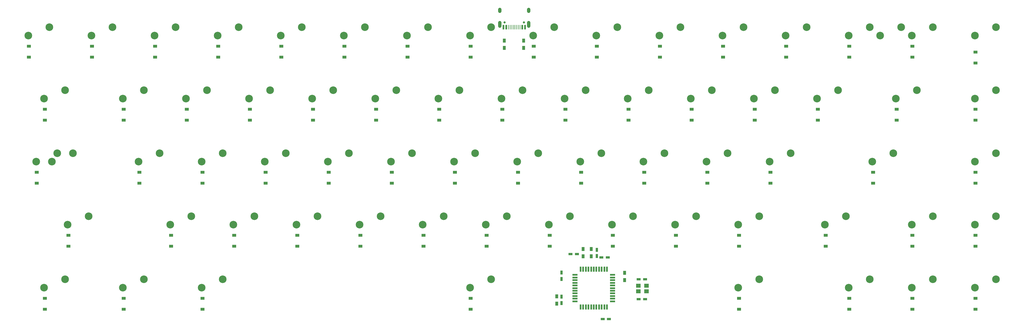
<source format=gbs>
G04 #@! TF.FileFunction,Soldermask,Bot*
%FSLAX46Y46*%
G04 Gerber Fmt 4.6, Leading zero omitted, Abs format (unit mm)*
G04 Created by KiCad (PCBNEW 4.0.7) date 02/25/19 20:16:44*
%MOMM*%
%LPD*%
G01*
G04 APERTURE LIST*
%ADD10C,0.100000*%
%ADD11R,1.220000X0.920000*%
%ADD12C,2.306000*%
%ADD13R,0.770000X1.220000*%
%ADD14R,1.220000X0.770000*%
%ADD15R,0.920000X1.220000*%
%ADD16R,0.570000X1.520000*%
%ADD17R,1.520000X0.570000*%
%ADD18R,1.420000X1.220000*%
%ADD19O,1.020000X1.620000*%
%ADD20O,1.020000X2.120000*%
%ADD21C,0.670000*%
%ADD22R,0.270000X1.470000*%
%ADD23R,0.520000X1.470000*%
G04 APERTURE END LIST*
D10*
D11*
X372662500Y-110550000D03*
X372662500Y-107250000D03*
D12*
X378777500Y-99695000D03*
X372427500Y-102235000D03*
X221615000Y-137795000D03*
X215265000Y-140335000D03*
X145415000Y-175895000D03*
X139065000Y-178435000D03*
X378777500Y-137795000D03*
X372427500Y-140335000D03*
X140652500Y-118745000D03*
X134302500Y-121285000D03*
X274002500Y-118745000D03*
X267652500Y-121285000D03*
X131127500Y-99695000D03*
X124777500Y-102235000D03*
D13*
X247706250Y-175806250D03*
X247706250Y-173906250D03*
X247706250Y-181206250D03*
X247706250Y-183106250D03*
D14*
X262006250Y-187906250D03*
X260106250Y-187906250D03*
X261606250Y-169306250D03*
X259706250Y-169306250D03*
X250406250Y-168306250D03*
X252306250Y-168306250D03*
D13*
X258306250Y-168906250D03*
X258306250Y-167006250D03*
D14*
X270956250Y-175906250D03*
X272856250Y-175906250D03*
X272856250Y-181906250D03*
X270956250Y-181906250D03*
D12*
X93027500Y-99695000D03*
X86677500Y-102235000D03*
X112077500Y-99695000D03*
X105727500Y-102235000D03*
X150177500Y-99695000D03*
X143827500Y-102235000D03*
X169227500Y-99695000D03*
X162877500Y-102235000D03*
X188277500Y-99695000D03*
X181927500Y-102235000D03*
X207327500Y-99695000D03*
X200977500Y-102235000D03*
X226377500Y-99695000D03*
X220027500Y-102235000D03*
X245427500Y-99695000D03*
X239077500Y-102235000D03*
X264477500Y-99695000D03*
X258127500Y-102235000D03*
X283527500Y-99695000D03*
X277177500Y-102235000D03*
X302577500Y-99695000D03*
X296227500Y-102235000D03*
X321627500Y-99695000D03*
X315277500Y-102235000D03*
X350202500Y-99695000D03*
X343852500Y-102235000D03*
X340677500Y-99695000D03*
X334327500Y-102235000D03*
X359727500Y-99695000D03*
X353377500Y-102235000D03*
X97790000Y-118745000D03*
X91440000Y-121285000D03*
X121602500Y-118745000D03*
X115252500Y-121285000D03*
X159702500Y-118745000D03*
X153352500Y-121285000D03*
X178752500Y-118745000D03*
X172402500Y-121285000D03*
X197802500Y-118745000D03*
X191452500Y-121285000D03*
X216852500Y-118745000D03*
X210502500Y-121285000D03*
X235902500Y-118745000D03*
X229552500Y-121285000D03*
X254952500Y-118745000D03*
X248602500Y-121285000D03*
X293052500Y-118745000D03*
X286702500Y-121285000D03*
X312102500Y-118745000D03*
X305752500Y-121285000D03*
X100171250Y-137795000D03*
X93821250Y-140335000D03*
X95408750Y-137795000D03*
X89058750Y-140335000D03*
X126365000Y-137795000D03*
X120015000Y-140335000D03*
X145415000Y-137795000D03*
X139065000Y-140335000D03*
X164465000Y-137795000D03*
X158115000Y-140335000D03*
X183515000Y-137795000D03*
X177165000Y-140335000D03*
X202565000Y-137795000D03*
X196215000Y-140335000D03*
X240665000Y-137795000D03*
X234315000Y-140335000D03*
X259715000Y-137795000D03*
X253365000Y-140335000D03*
X278765000Y-137795000D03*
X272415000Y-140335000D03*
X297815000Y-137795000D03*
X291465000Y-140335000D03*
X316865000Y-137795000D03*
X310515000Y-140335000D03*
X347821250Y-137795000D03*
X341471250Y-140335000D03*
X135890000Y-156845000D03*
X129540000Y-159385000D03*
X154940000Y-156845000D03*
X148590000Y-159385000D03*
X173990000Y-156845000D03*
X167640000Y-159385000D03*
X193040000Y-156845000D03*
X186690000Y-159385000D03*
X212090000Y-156845000D03*
X205740000Y-159385000D03*
X231140000Y-156845000D03*
X224790000Y-159385000D03*
X250190000Y-156845000D03*
X243840000Y-159385000D03*
X269240000Y-156845000D03*
X262890000Y-159385000D03*
X288290000Y-156845000D03*
X281940000Y-159385000D03*
X307340000Y-156845000D03*
X300990000Y-159385000D03*
X333533750Y-156845000D03*
X327183750Y-159385000D03*
X359727500Y-156845000D03*
X353377500Y-159385000D03*
X340677500Y-175895000D03*
X334327500Y-178435000D03*
X359727500Y-175895000D03*
X353377500Y-178435000D03*
X378777500Y-175895000D03*
X372427500Y-178435000D03*
D15*
X230356250Y-103806250D03*
X230356250Y-106006250D03*
X236206250Y-103806250D03*
X236206250Y-106006250D03*
X254200000Y-166800000D03*
X254200000Y-169000000D03*
X256600000Y-166800000D03*
X256600000Y-169000000D03*
X266700000Y-176212500D03*
X266700000Y-174012500D03*
X246200000Y-181100000D03*
X246200000Y-183300000D03*
D16*
X253400000Y-172893750D03*
X254200000Y-172893750D03*
X255000000Y-172893750D03*
X255800000Y-172893750D03*
X256600000Y-172893750D03*
X257400000Y-172893750D03*
X258200000Y-172893750D03*
X259000000Y-172893750D03*
X259800000Y-172893750D03*
X260600000Y-172893750D03*
X261400000Y-172893750D03*
D17*
X263100000Y-174593750D03*
X263100000Y-175393750D03*
X263100000Y-176193750D03*
X263100000Y-176993750D03*
X263100000Y-177793750D03*
X263100000Y-178593750D03*
X263100000Y-179393750D03*
X263100000Y-180193750D03*
X263100000Y-180993750D03*
X263100000Y-181793750D03*
X263100000Y-182593750D03*
D16*
X261400000Y-184293750D03*
X260600000Y-184293750D03*
X259800000Y-184293750D03*
X259000000Y-184293750D03*
X258200000Y-184293750D03*
X257400000Y-184293750D03*
X256600000Y-184293750D03*
X255800000Y-184293750D03*
X255000000Y-184293750D03*
X254200000Y-184293750D03*
X253400000Y-184293750D03*
D17*
X251700000Y-182593750D03*
X251700000Y-181793750D03*
X251700000Y-180993750D03*
X251700000Y-180193750D03*
X251700000Y-179393750D03*
X251700000Y-178593750D03*
X251700000Y-177793750D03*
X251700000Y-176993750D03*
X251700000Y-176193750D03*
X251700000Y-175393750D03*
X251700000Y-174593750D03*
D18*
X270906250Y-179556250D03*
X273306250Y-179556250D03*
X270906250Y-177856250D03*
X273306250Y-177856250D03*
D12*
X378777500Y-118745000D03*
X372427500Y-121285000D03*
X331152500Y-118745000D03*
X324802500Y-121285000D03*
X354965000Y-118745000D03*
X348615000Y-121285000D03*
X378777500Y-156845000D03*
X372427500Y-159385000D03*
X97790000Y-175895000D03*
X91440000Y-178435000D03*
X121602500Y-175895000D03*
X115252500Y-178435000D03*
X307340000Y-175895000D03*
X300990000Y-178435000D03*
X226377500Y-175895000D03*
X220027500Y-178435000D03*
D11*
X86915698Y-108806340D03*
X86915698Y-105506340D03*
X105965714Y-108806340D03*
X105965714Y-105506340D03*
X125015625Y-108806250D03*
X125015625Y-105506250D03*
X144065625Y-108806250D03*
X144065625Y-105506250D03*
X163115625Y-108806250D03*
X163115625Y-105506250D03*
X182165625Y-108806250D03*
X182165625Y-105506250D03*
X201215625Y-108806250D03*
X201215625Y-105506250D03*
X220265625Y-108806250D03*
X220265625Y-105506250D03*
X239315625Y-108806250D03*
X239315625Y-105506250D03*
X258365625Y-108806250D03*
X258365625Y-105506250D03*
X277415625Y-108806250D03*
X277415625Y-105506250D03*
X296465625Y-108806250D03*
X296465625Y-105506250D03*
X315515625Y-108806250D03*
X315515625Y-105506250D03*
X334565625Y-108806250D03*
X334565625Y-105506250D03*
X353615625Y-108806250D03*
X353615625Y-105506250D03*
X91678125Y-127856250D03*
X91678125Y-124556250D03*
X115490625Y-127856250D03*
X115490625Y-124556250D03*
X134540625Y-127856250D03*
X134540625Y-124556250D03*
X153590625Y-127856250D03*
X153590625Y-124556250D03*
X172640625Y-127856250D03*
X172640625Y-124556250D03*
X191690625Y-127856250D03*
X191690625Y-124556250D03*
X210740625Y-127856250D03*
X210740625Y-124556250D03*
X229790625Y-127856250D03*
X229790625Y-124556250D03*
X248840625Y-127856250D03*
X248840625Y-124556250D03*
X267890625Y-127856250D03*
X267890625Y-124556250D03*
X286940625Y-127856250D03*
X286940625Y-124556250D03*
X305990625Y-127856250D03*
X305990625Y-124556250D03*
X325040625Y-127856250D03*
X325040625Y-124556250D03*
X348853125Y-127856250D03*
X348853125Y-124556250D03*
X372665625Y-127856250D03*
X372665625Y-124556250D03*
X89296875Y-146906250D03*
X89296875Y-143606250D03*
X120253125Y-146906250D03*
X120253125Y-143606250D03*
X139303125Y-146906250D03*
X139303125Y-143606250D03*
X158353125Y-146906250D03*
X158353125Y-143606250D03*
X177403125Y-146906250D03*
X177403125Y-143606250D03*
X196453125Y-146906250D03*
X196453125Y-143606250D03*
X215503125Y-146906250D03*
X215503125Y-143606250D03*
X234553125Y-146906250D03*
X234553125Y-143606250D03*
X253603125Y-146906250D03*
X253603125Y-143606250D03*
X272653125Y-146906250D03*
X272653125Y-143606250D03*
X291703125Y-146906250D03*
X291703125Y-143606250D03*
X310753125Y-146906250D03*
X310753125Y-143606250D03*
X341709375Y-146906250D03*
X341709375Y-143606250D03*
X372665625Y-146906250D03*
X372665625Y-143606250D03*
X98821875Y-165956250D03*
X98821875Y-162656250D03*
X129778125Y-165956250D03*
X129778125Y-162656250D03*
X148828125Y-165956250D03*
X148828125Y-162656250D03*
X167878125Y-165956250D03*
X167878125Y-162656250D03*
X186928125Y-165956250D03*
X186928125Y-162656250D03*
X205978125Y-165956250D03*
X205978125Y-162656250D03*
X225028125Y-165956250D03*
X225028125Y-162656250D03*
X244078125Y-165956250D03*
X244078125Y-162656250D03*
X263128125Y-165956250D03*
X263128125Y-162656250D03*
X282178125Y-165956250D03*
X282178125Y-162656250D03*
X301228125Y-165956250D03*
X301228125Y-162656250D03*
X327421875Y-165956250D03*
X327421875Y-162656250D03*
X353615625Y-165956250D03*
X353615625Y-162656250D03*
X372665625Y-165956250D03*
X372665625Y-162656250D03*
X91678125Y-185006250D03*
X91678125Y-181706250D03*
X115490625Y-185006250D03*
X115490625Y-181706250D03*
X139303125Y-185006250D03*
X139303125Y-181706250D03*
X220265625Y-185006250D03*
X220265625Y-181706250D03*
X301228125Y-185006250D03*
X301228125Y-181706250D03*
X334565625Y-185006250D03*
X334565625Y-181706250D03*
X353615625Y-185006250D03*
X353615625Y-181706250D03*
X372665625Y-185006250D03*
X372665625Y-181706250D03*
D12*
X104933750Y-156845000D03*
X98583750Y-159385000D03*
D19*
X237720000Y-94655000D03*
X229080000Y-94655000D03*
D20*
X237720000Y-98835000D03*
X229080000Y-98835000D03*
D21*
X230510000Y-98305000D03*
X236290000Y-98305000D03*
D22*
X233150000Y-99750000D03*
X233650000Y-99750000D03*
X234150000Y-99750000D03*
X232650000Y-99750000D03*
X234650000Y-99750000D03*
X232150000Y-99750000D03*
X235150000Y-99750000D03*
X231650000Y-99750000D03*
D23*
X230950000Y-99750000D03*
X235850000Y-99750000D03*
X230175000Y-99750000D03*
X236625000Y-99750000D03*
M02*

</source>
